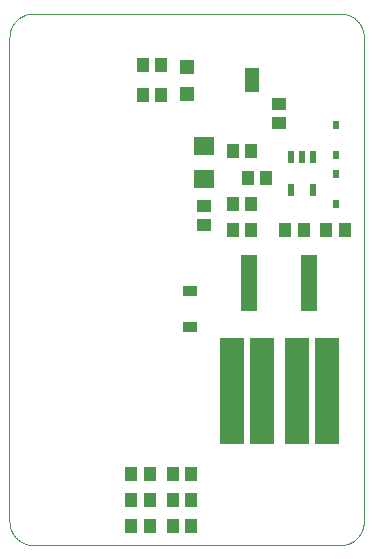
<source format=gtp>
G75*
%MOIN*%
%OFA0B0*%
%FSLAX25Y25*%
%IPPOS*%
%LPD*%
%AMOC8*
5,1,8,0,0,1.08239X$1,22.5*
%
%ADD10C,0.00394*%
%ADD11R,0.05118X0.04331*%
%ADD12R,0.04331X0.05118*%
%ADD13R,0.07087X0.06299*%
%ADD14R,0.05709X0.18504*%
%ADD15R,0.07874X0.35433*%
%ADD16R,0.02362X0.04331*%
%ADD17R,0.05118X0.05118*%
%ADD18R,0.05118X0.07874*%
%ADD19R,0.02362X0.03150*%
%ADD20R,0.04724X0.03543*%
D10*
X0033230Y0040429D02*
X0033230Y0201846D01*
X0033232Y0202036D01*
X0033239Y0202226D01*
X0033251Y0202416D01*
X0033267Y0202606D01*
X0033287Y0202795D01*
X0033313Y0202984D01*
X0033342Y0203172D01*
X0033377Y0203359D01*
X0033416Y0203545D01*
X0033459Y0203730D01*
X0033507Y0203915D01*
X0033559Y0204098D01*
X0033615Y0204279D01*
X0033676Y0204459D01*
X0033742Y0204638D01*
X0033811Y0204815D01*
X0033885Y0204991D01*
X0033963Y0205164D01*
X0034046Y0205336D01*
X0034132Y0205505D01*
X0034222Y0205673D01*
X0034317Y0205838D01*
X0034415Y0206001D01*
X0034518Y0206161D01*
X0034624Y0206319D01*
X0034734Y0206474D01*
X0034847Y0206627D01*
X0034965Y0206777D01*
X0035086Y0206923D01*
X0035210Y0207067D01*
X0035338Y0207208D01*
X0035469Y0207346D01*
X0035604Y0207481D01*
X0035742Y0207612D01*
X0035883Y0207740D01*
X0036027Y0207864D01*
X0036173Y0207985D01*
X0036323Y0208103D01*
X0036476Y0208216D01*
X0036631Y0208326D01*
X0036789Y0208432D01*
X0036949Y0208535D01*
X0037112Y0208633D01*
X0037277Y0208728D01*
X0037445Y0208818D01*
X0037614Y0208904D01*
X0037786Y0208987D01*
X0037959Y0209065D01*
X0038135Y0209139D01*
X0038312Y0209208D01*
X0038491Y0209274D01*
X0038671Y0209335D01*
X0038852Y0209391D01*
X0039035Y0209443D01*
X0039220Y0209491D01*
X0039405Y0209534D01*
X0039591Y0209573D01*
X0039778Y0209608D01*
X0039966Y0209637D01*
X0040155Y0209663D01*
X0040344Y0209683D01*
X0040534Y0209699D01*
X0040724Y0209711D01*
X0040914Y0209718D01*
X0041104Y0209720D01*
X0143466Y0209720D01*
X0143656Y0209718D01*
X0143846Y0209711D01*
X0144036Y0209699D01*
X0144226Y0209683D01*
X0144415Y0209663D01*
X0144604Y0209637D01*
X0144792Y0209608D01*
X0144979Y0209573D01*
X0145165Y0209534D01*
X0145350Y0209491D01*
X0145535Y0209443D01*
X0145718Y0209391D01*
X0145899Y0209335D01*
X0146079Y0209274D01*
X0146258Y0209208D01*
X0146435Y0209139D01*
X0146611Y0209065D01*
X0146784Y0208987D01*
X0146956Y0208904D01*
X0147125Y0208818D01*
X0147293Y0208728D01*
X0147458Y0208633D01*
X0147621Y0208535D01*
X0147781Y0208432D01*
X0147939Y0208326D01*
X0148094Y0208216D01*
X0148247Y0208103D01*
X0148397Y0207985D01*
X0148543Y0207864D01*
X0148687Y0207740D01*
X0148828Y0207612D01*
X0148966Y0207481D01*
X0149101Y0207346D01*
X0149232Y0207208D01*
X0149360Y0207067D01*
X0149484Y0206923D01*
X0149605Y0206777D01*
X0149723Y0206627D01*
X0149836Y0206474D01*
X0149946Y0206319D01*
X0150052Y0206161D01*
X0150155Y0206001D01*
X0150253Y0205838D01*
X0150348Y0205673D01*
X0150438Y0205505D01*
X0150524Y0205336D01*
X0150607Y0205164D01*
X0150685Y0204991D01*
X0150759Y0204815D01*
X0150828Y0204638D01*
X0150894Y0204459D01*
X0150955Y0204279D01*
X0151011Y0204098D01*
X0151063Y0203915D01*
X0151111Y0203730D01*
X0151154Y0203545D01*
X0151193Y0203359D01*
X0151228Y0203172D01*
X0151257Y0202984D01*
X0151283Y0202795D01*
X0151303Y0202606D01*
X0151319Y0202416D01*
X0151331Y0202226D01*
X0151338Y0202036D01*
X0151340Y0201846D01*
X0151340Y0040429D01*
X0151338Y0040239D01*
X0151331Y0040049D01*
X0151319Y0039859D01*
X0151303Y0039669D01*
X0151283Y0039480D01*
X0151257Y0039291D01*
X0151228Y0039103D01*
X0151193Y0038916D01*
X0151154Y0038730D01*
X0151111Y0038545D01*
X0151063Y0038360D01*
X0151011Y0038177D01*
X0150955Y0037996D01*
X0150894Y0037816D01*
X0150828Y0037637D01*
X0150759Y0037460D01*
X0150685Y0037284D01*
X0150607Y0037111D01*
X0150524Y0036939D01*
X0150438Y0036770D01*
X0150348Y0036602D01*
X0150253Y0036437D01*
X0150155Y0036274D01*
X0150052Y0036114D01*
X0149946Y0035956D01*
X0149836Y0035801D01*
X0149723Y0035648D01*
X0149605Y0035498D01*
X0149484Y0035352D01*
X0149360Y0035208D01*
X0149232Y0035067D01*
X0149101Y0034929D01*
X0148966Y0034794D01*
X0148828Y0034663D01*
X0148687Y0034535D01*
X0148543Y0034411D01*
X0148397Y0034290D01*
X0148247Y0034172D01*
X0148094Y0034059D01*
X0147939Y0033949D01*
X0147781Y0033843D01*
X0147621Y0033740D01*
X0147458Y0033642D01*
X0147293Y0033547D01*
X0147125Y0033457D01*
X0146956Y0033371D01*
X0146784Y0033288D01*
X0146611Y0033210D01*
X0146435Y0033136D01*
X0146258Y0033067D01*
X0146079Y0033001D01*
X0145899Y0032940D01*
X0145718Y0032884D01*
X0145535Y0032832D01*
X0145350Y0032784D01*
X0145165Y0032741D01*
X0144979Y0032702D01*
X0144792Y0032667D01*
X0144604Y0032638D01*
X0144415Y0032612D01*
X0144226Y0032592D01*
X0144036Y0032576D01*
X0143846Y0032564D01*
X0143656Y0032557D01*
X0143466Y0032555D01*
X0041104Y0032555D01*
X0040914Y0032557D01*
X0040724Y0032564D01*
X0040534Y0032576D01*
X0040344Y0032592D01*
X0040155Y0032612D01*
X0039966Y0032638D01*
X0039778Y0032667D01*
X0039591Y0032702D01*
X0039405Y0032741D01*
X0039220Y0032784D01*
X0039035Y0032832D01*
X0038852Y0032884D01*
X0038671Y0032940D01*
X0038491Y0033001D01*
X0038312Y0033067D01*
X0038135Y0033136D01*
X0037959Y0033210D01*
X0037786Y0033288D01*
X0037614Y0033371D01*
X0037445Y0033457D01*
X0037277Y0033547D01*
X0037112Y0033642D01*
X0036949Y0033740D01*
X0036789Y0033843D01*
X0036631Y0033949D01*
X0036476Y0034059D01*
X0036323Y0034172D01*
X0036173Y0034290D01*
X0036027Y0034411D01*
X0035883Y0034535D01*
X0035742Y0034663D01*
X0035604Y0034794D01*
X0035469Y0034929D01*
X0035338Y0035067D01*
X0035210Y0035208D01*
X0035086Y0035352D01*
X0034965Y0035498D01*
X0034847Y0035648D01*
X0034734Y0035801D01*
X0034624Y0035956D01*
X0034518Y0036114D01*
X0034415Y0036274D01*
X0034317Y0036437D01*
X0034222Y0036602D01*
X0034132Y0036770D01*
X0034046Y0036939D01*
X0033963Y0037111D01*
X0033885Y0037284D01*
X0033811Y0037460D01*
X0033742Y0037637D01*
X0033676Y0037816D01*
X0033615Y0037996D01*
X0033559Y0038177D01*
X0033507Y0038360D01*
X0033459Y0038545D01*
X0033416Y0038730D01*
X0033377Y0038916D01*
X0033342Y0039103D01*
X0033313Y0039291D01*
X0033287Y0039480D01*
X0033267Y0039669D01*
X0033251Y0039859D01*
X0033239Y0040049D01*
X0033232Y0040239D01*
X0033230Y0040429D01*
D11*
X0098230Y0139406D03*
X0098230Y0145705D03*
X0123230Y0173156D03*
X0123230Y0179455D03*
D12*
X0113880Y0163805D03*
X0107581Y0163805D03*
X0112581Y0155055D03*
X0118880Y0155055D03*
X0113880Y0146305D03*
X0107581Y0146305D03*
X0107581Y0137555D03*
X0113880Y0137555D03*
X0125081Y0137555D03*
X0131380Y0137555D03*
X0138831Y0137555D03*
X0145130Y0137555D03*
X0083880Y0182555D03*
X0077581Y0182555D03*
X0077581Y0192555D03*
X0083880Y0192555D03*
X0087581Y0056305D03*
X0093880Y0056305D03*
X0093880Y0047555D03*
X0087581Y0047555D03*
X0080130Y0047555D03*
X0073831Y0047555D03*
X0073831Y0038805D03*
X0080130Y0038805D03*
X0087581Y0038805D03*
X0093880Y0038805D03*
X0080130Y0056305D03*
X0073831Y0056305D03*
D13*
X0098230Y0154543D03*
X0098230Y0165567D03*
D14*
X0113230Y0119799D03*
X0133230Y0119799D03*
D15*
X0129136Y0083776D03*
X0138978Y0083776D03*
X0117325Y0083776D03*
X0107482Y0083776D03*
D16*
X0126990Y0150793D03*
X0134470Y0150793D03*
X0134470Y0161817D03*
X0130730Y0161817D03*
X0126990Y0161817D03*
D17*
X0092403Y0183028D03*
X0092403Y0192083D03*
D18*
X0114057Y0187555D03*
D19*
X0141980Y0172476D03*
X0141980Y0162634D03*
X0141980Y0156226D03*
X0141980Y0146384D03*
D20*
X0093476Y0117201D03*
X0093476Y0105390D03*
M02*

</source>
